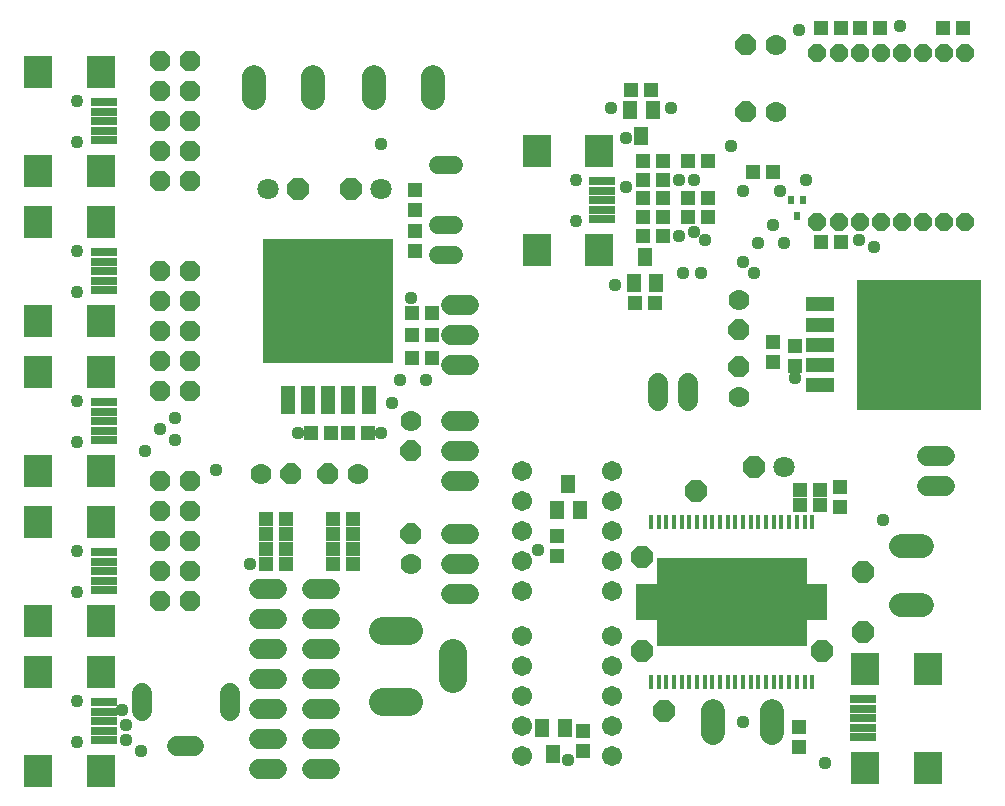
<source format=gts>
G75*
G70*
%OFA0B0*%
%FSLAX24Y24*%
%IPPOS*%
%LPD*%
%AMOC8*
5,1,8,0,0,1.08239X$1,22.5*
%
%ADD10R,0.0946X0.1064*%
%ADD11C,0.0434*%
%ADD12R,0.0867X0.0277*%
%ADD13C,0.0940*%
%ADD14R,0.4332X0.4178*%
%ADD15R,0.0500X0.0930*%
%ADD16R,0.0474X0.0513*%
%ADD17OC8,0.0710*%
%ADD18OC8,0.0700*%
%ADD19C,0.0700*%
%ADD20C,0.0680*%
%ADD21C,0.0785*%
%ADD22R,0.0513X0.0474*%
%ADD23C,0.0674*%
%ADD24C,0.0610*%
%ADD25OC8,0.0680*%
%ADD26C,0.0710*%
%ADD27R,0.0177X0.0492*%
%ADD28R,0.5041X0.2954*%
%ADD29R,0.0749X0.1222*%
%ADD30C,0.0674*%
%ADD31R,0.0474X0.0631*%
%ADD32OC8,0.0595*%
%ADD33R,0.0220X0.0280*%
%ADD34R,0.4178X0.4332*%
%ADD35R,0.0930X0.0500*%
%ADD36C,0.0440*%
D10*
X001389Y004974D03*
X003475Y004974D03*
X003475Y008281D03*
X003475Y009974D03*
X001389Y009974D03*
X001389Y008281D03*
X001389Y013281D03*
X001389Y014974D03*
X003475Y014974D03*
X003475Y013281D03*
X003475Y018281D03*
X003475Y019974D03*
X001389Y019974D03*
X001389Y018281D03*
X001389Y023281D03*
X001389Y024974D03*
X003475Y024974D03*
X003475Y023281D03*
X003475Y028281D03*
X001389Y028281D03*
X018009Y025645D03*
X020096Y025645D03*
X020096Y022338D03*
X018009Y022338D03*
X028966Y008381D03*
X031053Y008381D03*
X031053Y005074D03*
X028966Y005074D03*
D11*
X019309Y023303D03*
X019309Y024681D03*
X002688Y025938D03*
X002688Y027316D03*
X002688Y022316D03*
X002688Y020938D03*
X002688Y017316D03*
X002688Y015938D03*
X002688Y012316D03*
X002688Y010938D03*
X002688Y007316D03*
X002688Y005938D03*
D12*
X003574Y005997D03*
X003574Y006312D03*
X003574Y006627D03*
X003574Y006942D03*
X003574Y007257D03*
X003574Y010997D03*
X003574Y011312D03*
X003574Y011627D03*
X003574Y011942D03*
X003574Y012257D03*
X003574Y015997D03*
X003574Y016312D03*
X003574Y016627D03*
X003574Y016942D03*
X003574Y017257D03*
X003574Y020997D03*
X003574Y021312D03*
X003574Y021627D03*
X003574Y021942D03*
X003574Y022257D03*
X003574Y025997D03*
X003574Y026312D03*
X003574Y026627D03*
X003574Y026942D03*
X003574Y027257D03*
X020194Y024622D03*
X020194Y024307D03*
X020194Y023992D03*
X020194Y023677D03*
X020194Y023362D03*
X028868Y007357D03*
X028868Y007042D03*
X028868Y006727D03*
X028868Y006413D03*
X028868Y006098D03*
D13*
X015221Y008028D02*
X015221Y008888D01*
X013761Y009639D02*
X012901Y009639D01*
X012901Y007277D02*
X013761Y007277D01*
D14*
X011063Y020627D03*
D15*
X011063Y017347D03*
X010393Y017347D03*
X009723Y017347D03*
X011733Y017347D03*
X012403Y017347D03*
D16*
X012398Y016252D03*
X011728Y016252D03*
X011148Y016252D03*
X010478Y016252D03*
X013853Y020252D03*
X014523Y020252D03*
X013938Y022292D03*
X013938Y022962D03*
X021286Y020554D03*
X021956Y020554D03*
X022206Y022804D03*
X022206Y023429D03*
X022206Y024054D03*
X022206Y024679D03*
X021536Y024679D03*
X021536Y024054D03*
X021536Y023429D03*
X021536Y022804D03*
X023036Y023429D03*
X023036Y024054D03*
X023706Y024054D03*
X023706Y023429D03*
X023706Y025304D03*
X023036Y025304D03*
X022206Y025304D03*
X021536Y025304D03*
X021831Y027679D03*
X021161Y027679D03*
X026794Y014352D03*
X027463Y014352D03*
X028128Y014437D03*
X028128Y013768D03*
X026753Y006437D03*
X026753Y005768D03*
D17*
X027503Y008977D03*
X028878Y009602D03*
X028878Y011602D03*
X025128Y011352D03*
X024128Y011352D03*
X024128Y009852D03*
X025128Y009852D03*
X022253Y006977D03*
X021503Y008977D03*
X021503Y012102D03*
X023316Y014290D03*
X025253Y015102D03*
X029371Y017679D03*
X031996Y017679D03*
X031996Y020679D03*
X029246Y020679D03*
X012563Y022002D03*
X011813Y024377D03*
X010063Y024377D03*
X009563Y022002D03*
X009813Y019377D03*
X012313Y019377D03*
D18*
X013813Y015627D03*
X011063Y014877D03*
X009813Y014877D03*
X013813Y012877D03*
X024746Y018429D03*
X024746Y019679D03*
X024996Y026929D03*
X024996Y029179D03*
D19*
X025996Y029179D03*
X025996Y026929D03*
X024746Y020679D03*
X024746Y017429D03*
X013813Y016627D03*
X012063Y014877D03*
X008813Y014877D03*
X013813Y011877D03*
D20*
X015138Y011877D02*
X015738Y011877D01*
X015738Y010877D02*
X015138Y010877D01*
X015138Y012877D02*
X015738Y012877D01*
X015738Y014627D02*
X015138Y014627D01*
X015138Y015627D02*
X015738Y015627D01*
X015738Y016627D02*
X015138Y016627D01*
X015138Y018502D02*
X015738Y018502D01*
X015738Y019502D02*
X015138Y019502D01*
X015138Y020502D02*
X015738Y020502D01*
X022059Y017917D02*
X022059Y017317D01*
X023059Y017317D02*
X023059Y017917D01*
X031016Y015477D02*
X031616Y015477D01*
X031616Y014477D02*
X031016Y014477D01*
X011113Y011021D02*
X010513Y011021D01*
X010513Y010021D02*
X011113Y010021D01*
X011113Y009021D02*
X010513Y009021D01*
X010513Y008021D02*
X011113Y008021D01*
X011113Y007021D02*
X010513Y007021D01*
X010513Y006021D02*
X011113Y006021D01*
X011113Y005021D02*
X010513Y005021D01*
X009363Y005021D02*
X008763Y005021D01*
X008763Y006021D02*
X009363Y006021D01*
X009363Y007021D02*
X008763Y007021D01*
X008763Y008021D02*
X009363Y008021D01*
X009363Y009021D02*
X008763Y009021D01*
X008763Y010021D02*
X009363Y010021D01*
X009363Y011021D02*
X008763Y011021D01*
D21*
X023894Y006955D02*
X023894Y006250D01*
X025863Y006250D02*
X025863Y006955D01*
X030151Y010493D02*
X030856Y010493D01*
X030856Y012462D02*
X030151Y012462D01*
X014547Y027400D02*
X014547Y028105D01*
X012579Y028105D02*
X012579Y027400D01*
X010547Y027400D02*
X010547Y028105D01*
X008579Y028105D02*
X008579Y027400D01*
D22*
X013938Y024337D03*
X013938Y023667D03*
X013853Y019502D03*
X014523Y019502D03*
X014523Y018752D03*
X013853Y018752D03*
X011898Y013377D03*
X011898Y012877D03*
X011898Y012377D03*
X011898Y011877D03*
X011228Y011877D03*
X011228Y012377D03*
X011228Y012877D03*
X011228Y013377D03*
X009648Y013377D03*
X009648Y012877D03*
X009648Y012377D03*
X009648Y011877D03*
X008978Y011877D03*
X008978Y012377D03*
X008978Y012877D03*
X008978Y013377D03*
X018691Y012812D03*
X018691Y012143D03*
X019566Y006312D03*
X019566Y005643D03*
X026794Y013852D03*
X027463Y013852D03*
X026621Y018470D03*
X025871Y018595D03*
X025871Y019264D03*
X026621Y019139D03*
X027474Y022617D03*
X028143Y022617D03*
X025893Y024929D03*
X025224Y024929D03*
X027474Y029742D03*
X028143Y029742D03*
X028786Y029742D03*
X029456Y029742D03*
X031536Y029742D03*
X032206Y029742D03*
D23*
X007798Y007571D02*
X007798Y006977D01*
X006599Y005817D02*
X006005Y005817D01*
X004846Y006977D02*
X004846Y007571D01*
D24*
X014724Y022163D02*
X015254Y022163D01*
X015254Y023163D02*
X014724Y023163D01*
X014724Y025155D02*
X015254Y025155D01*
D25*
X006438Y025627D03*
X005438Y025627D03*
X005438Y026627D03*
X006438Y026627D03*
X006438Y027627D03*
X005438Y027627D03*
X005438Y028627D03*
X006438Y028627D03*
X006438Y024627D03*
X005438Y024627D03*
X005438Y021627D03*
X006438Y021627D03*
X006438Y020627D03*
X006438Y019627D03*
X006438Y018627D03*
X006438Y017627D03*
X005438Y017627D03*
X005438Y018627D03*
X005438Y019627D03*
X005438Y020627D03*
X005438Y014627D03*
X005438Y013627D03*
X006438Y013627D03*
X006438Y014627D03*
X006438Y012627D03*
X006438Y011627D03*
X006438Y010627D03*
X005438Y010627D03*
X005438Y011627D03*
X005438Y012627D03*
D26*
X009063Y024377D03*
X012813Y024377D03*
X026253Y015102D03*
D27*
X026167Y013260D03*
X026423Y013260D03*
X026679Y013260D03*
X026935Y013260D03*
X027190Y013260D03*
X025911Y013260D03*
X025655Y013260D03*
X025399Y013260D03*
X025143Y013260D03*
X024887Y013260D03*
X024631Y013260D03*
X024376Y013260D03*
X024120Y013260D03*
X023864Y013260D03*
X023608Y013260D03*
X023352Y013260D03*
X023096Y013260D03*
X022840Y013260D03*
X022584Y013260D03*
X022328Y013260D03*
X022072Y013260D03*
X021816Y013260D03*
X021816Y007945D03*
X022072Y007945D03*
X022328Y007945D03*
X022584Y007945D03*
X022840Y007945D03*
X023096Y007945D03*
X023352Y007945D03*
X023608Y007945D03*
X023864Y007945D03*
X024120Y007945D03*
X024376Y007945D03*
X024631Y007945D03*
X024887Y007945D03*
X025143Y007945D03*
X025399Y007945D03*
X025655Y007945D03*
X025911Y007945D03*
X026167Y007945D03*
X026423Y007945D03*
X026679Y007945D03*
X026935Y007945D03*
X027190Y007945D03*
D28*
X024503Y010602D03*
D29*
X027318Y010602D03*
X021689Y010602D03*
D30*
X020503Y010977D03*
X020503Y011977D03*
X020503Y012977D03*
X020503Y013977D03*
X020503Y014977D03*
X017503Y014977D03*
X017503Y013977D03*
X017503Y012977D03*
X017503Y011977D03*
X017503Y010977D03*
X017503Y009477D03*
X017503Y008477D03*
X017503Y007477D03*
X017503Y006477D03*
X017503Y005477D03*
X020503Y005477D03*
X020503Y006477D03*
X020503Y007477D03*
X020503Y008477D03*
X020503Y009477D03*
D31*
X018940Y006411D03*
X018192Y006411D03*
X018566Y005544D03*
X018692Y013669D03*
X019440Y013669D03*
X019066Y014536D03*
X021247Y021246D03*
X021995Y021246D03*
X021621Y022112D03*
X021496Y026121D03*
X021122Y026987D03*
X021870Y026987D03*
D32*
X027367Y028911D03*
X028068Y028911D03*
X028769Y028911D03*
X029470Y028911D03*
X030170Y028911D03*
X030871Y028911D03*
X031572Y028911D03*
X032273Y028911D03*
X032273Y023281D03*
X031572Y023281D03*
X030871Y023281D03*
X030170Y023281D03*
X029470Y023281D03*
X028769Y023281D03*
X028068Y023281D03*
X027367Y023281D03*
D33*
X026674Y023482D03*
X026477Y023992D03*
X026871Y023992D03*
D34*
X030746Y019179D03*
D35*
X027466Y019179D03*
X027466Y019849D03*
X027466Y020519D03*
X027466Y018509D03*
X027466Y017839D03*
D36*
X026621Y018054D03*
X025246Y021554D03*
X024871Y021929D03*
X025371Y022554D03*
X025871Y023179D03*
X026246Y022554D03*
X026121Y024304D03*
X026996Y024679D03*
X024871Y024304D03*
X024496Y025804D03*
X023246Y024679D03*
X022746Y024679D03*
X023246Y022929D03*
X023621Y022679D03*
X022746Y022804D03*
X022871Y021554D03*
X023496Y021554D03*
X020621Y021179D03*
X020996Y024429D03*
X020996Y026054D03*
X020496Y027054D03*
X022496Y027054D03*
X026746Y029679D03*
X030121Y029804D03*
X028746Y022679D03*
X029246Y022429D03*
X029566Y013352D03*
X024878Y006602D03*
X027628Y005227D03*
X019066Y005352D03*
X018066Y012352D03*
X013188Y017252D03*
X013438Y018002D03*
X014313Y018002D03*
X012813Y016252D03*
X010063Y016252D03*
X007313Y015002D03*
X005938Y016002D03*
X005438Y016377D03*
X005938Y016752D03*
X004938Y015627D03*
X008438Y011877D03*
X004188Y007002D03*
X004313Y006502D03*
X004313Y006002D03*
X004813Y005627D03*
X013813Y020752D03*
X012813Y025877D03*
M02*

</source>
